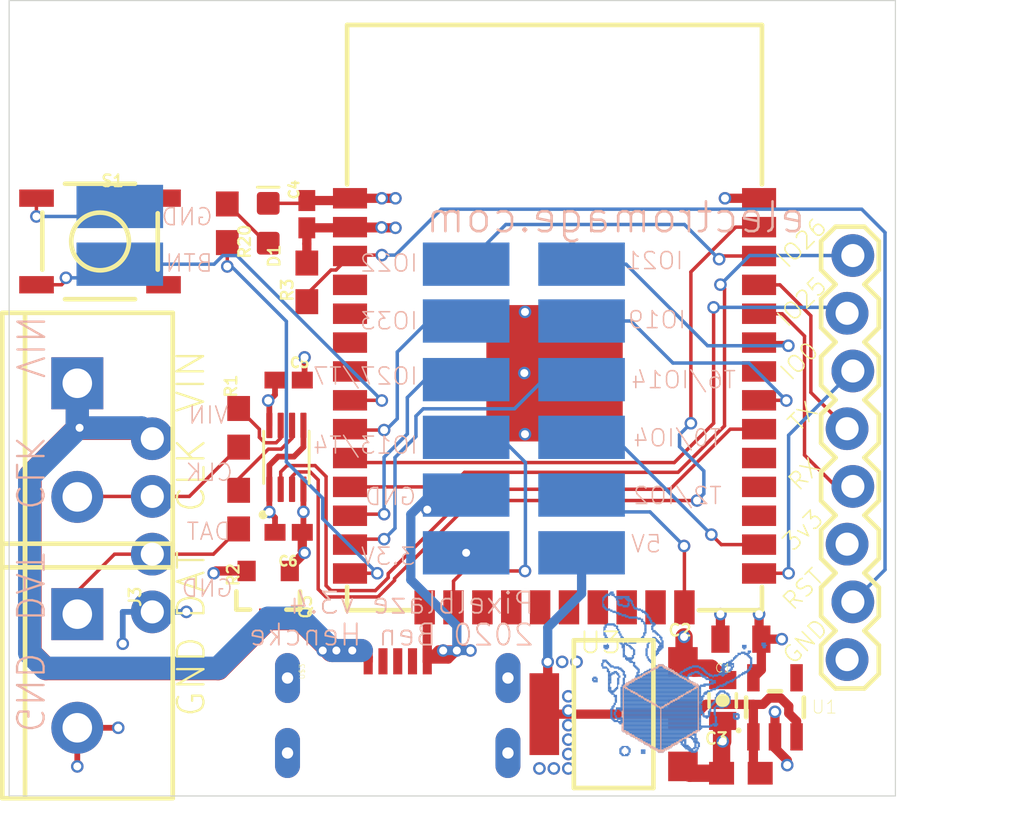
<source format=kicad_pcb>
(kicad_pcb (version 20211014) (generator pcbnew)
  (layers (0 "F.Cu" signal) (1 "In1.Cu" signal) (2 "In2.Cu" signal) (31 "B.Cu" signal) (34 "B.Paste" user) (35 "F.Paste" user) (36 "B.SilkS" user "B.Silkscreen") (37 "F.SilkS" user "F.Silkscreen") (38 "B.Mask" user) (39 "F.Mask" user) (44 "Edge.Cuts" user))
  (net 0 "")
  (net 1 "GND")
  (net 2 "+3V3")
  (net 3 "EN")
  (net 4 "TX")
  (net 5 "RX")
  (net 6 "+5V")
  (net 7 "MOSI_OUT")
  (net 8 "SCK_OUT")
  (net 9 "N$2")
  (net 10 "VIN")
  (net 11 "SCK")
  (net 12 "MOSI")
  (net 13 "N$4")
  (net 14 "N$5")
  (net 15 "IO0")
  (net 16 "BUTTON")
  (net 17 "LED")
  (net 18 "N$29")
  (net 19 "IO25")
  (net 20 "IO26")
  (net 21 "IO27")
  (net 22 "IO19")
  (net 23 "IO22")
  (net 24 "IO21")
  (net 25 "IO4")
  (net 26 "IO2")
  (net 27 "IO13")
  (net 28 "IO14")
  (net 29 "IO33")
  (net 30 "N$1")
  (net 31 "N$3")
  (net 32 "N$6")
  (net 33 "N$7")
  (footprint "PB32_3.x:SOP50P310X90-8N" (layer "F.Cu") (at 141.2011 107.6036 90)
    (fp_text reference "U$1" hide)
    (fp_text value "SN74LVC2T45DCUR" hide)
  )
  (footprint "PB32_3.x:C0402K" (layer "F.Cu") (at 141.3011 104.2036)
    (fp_text reference "C5")
    (fp_text value "0.1uF" hide)
  )
  (footprint "PB32_3.x:1X08_LOCK" (layer "F.Cu") (at 166.0011 116.5036 90)
    (fp_text reference "J1" hide)
    (fp_text value "")
  )
  (footprint "PB32_3.x:C0402K" (layer "F.Cu") (at 141.3011 110.9036)
    (fp_text reference "C6")
    (fp_text value "0.1uF" hide)
  )
  (footprint "PB32_3.x:0805-CAP" (layer "F.Cu") (at 160.4011 118.3036 -90)
    (fp_text reference "C1")
    (fp_text value "1.0uF" hide)
  )
  (footprint "PB32_3.x:SCREWTERMINAL-5MM-2" (layer "F.Cu") (at 132.0011 104.3436 -90)
    (fp_text reference "J2" hide)
    (fp_text value "")
  )
  (footprint "PB32_3.x:0603" (layer "F.Cu") (at 139.1011 109.9036 -90)
    (fp_text reference "R2")
    (fp_text value "100" hide)
  )
  (footprint "PB32_3.x:0603" (layer "F.Cu") (at 139.1011 106.3036 -90)
    (fp_text reference "R1")
    (fp_text value "100" hide)
  )
  (footprint "PB32_3.x:USB-SUNK-TIGHT" (layer "F.Cu") (at 146.1011 119.2036)
    (fp_text reference "U$3")
    (fp_text value "USB-CON-5PINUSB-SUNK-TIGHT" hide)
  )
  (footprint "PB32_3.x:SOT23-5" (layer "F.Cu") (at 162.7011 118.6036)
    (fp_text reference "U1")
    (fp_text value "AP2112K-3.3TRG1" hide)
  )
  (footprint "PB32_3.x:1X04_NO_SILK" (layer "F.Cu") (at 135.3011 114.4036 90)
    (fp_text reference "J4" hide)
    (fp_text value "")
  )
  (footprint "PB32_3.x:SOT23-3" (layer "F.Cu") (at 140.4011 113.6036 180)
    (fp_text reference "Q3")
    (fp_text value "2.5A/30V/105mΩ" hide)
  )
  (footprint "" (layer "F.Cu") (at 138.5011 120.0036)
    (fp_text reference "@HOLE1" hide)
    (fp_text value "")
  )
  (footprint "" (layer "F.Cu") (at 138.5011 101.5036)
    (fp_text reference "@HOLE0" hide)
    (fp_text value "")
  )
  (footprint "PB32_3.x:0805" (layer "F.Cu") (at 161.2011 115.6036 180)
    (fp_text reference "C2")
    (fp_text value "10uF" hide)
  )
  (footprint "PB32_3.x:SCREWTERMINAL-5MM-2" (layer "F.Cu") (at 132.0011 114.5036 -90)
    (fp_text reference "J3")
    (fp_text value "")
  )
  (footprint "PB32_3.x:C0402K" (layer "F.Cu") (at 142.1011 96.9036 90)
    (fp_text reference "C4")
    (fp_text value "0.1uF" hide)
  )
  (footprint "PB32_3.x:0603" (layer "F.Cu") (at 138.6011 97.3036 -90)
    (fp_text reference "R20")
    (fp_text value "100" hide)
  )
  (footprint "PB32_3.x:TACTILE_SWITCH_SMD_5.2MM" (layer "F.Cu") (at 133.0011 98.1036)
    (fp_text reference "S1")
    (fp_text value "MOMENTARY-SWITCH-SPST-SMD-5.2MM" hide)
  )
  (footprint "PB32_3.x:LED-0603" (layer "F.Cu") (at 140.4011 97.3036 90)
    (fp_text reference "D1")
    (fp_text value "")
  )
  (footprint "PB32_3.x:0603" (layer "F.Cu") (at 142.1011 99.9036 90)
    (fp_text reference "R3")
    (fp_text value "1k" hide)
  )
  (footprint "PB32_3.x:SOT223" (layer "F.Cu") (at 155.6011 118.9036 90)
    (fp_text reference "U3")
    (fp_text value "NX1117C15Z" hide)
  )
  (footprint "PB32_3.x:ESP-WROOM-32" (layer "F.Cu") (at 153.0011 103.9036 90)
    (fp_text reference "U2" hide)
    (fp_text value "ESP-WROOM-32" hide)
  )
  (footprint "PB32_3.x:0603" (layer "F.Cu") (at 161.2011 121.5036 180)
    (fp_text reference "C3")
    (fp_text value "4.7uF" hide)
  )
  (footprint "PB32_3.x:PAD" (layer "B.Cu") (at 154.1911 106.7236 180)
    (fp_text reference "IO4" hide)
    (fp_text value "" hide)
  )
  (footprint "PB32_3.x:PAD" (layer "B.Cu") (at 149.1111 111.8036 180)
    (fp_text reference "GP1" hide)
    (fp_text value "" hide)
  )
  (footprint "PB32_3.x:PAD" (layer "B.Cu") (at 154.1911 111.8036 180)
    (fp_text reference "GP6" hide)
    (fp_text value "" hide)
  )
  (footprint "PB32_3.x:PAD" (layer "B.Cu") (at 154.1911 109.2636 180)
    (fp_text reference "IO2" hide)
    (fp_text value "" hide)
  )
  (footprint "PB32_3.x:PAD" (layer "B.Cu") (at 133.8711 96.5636 180)
    (fp_text reference "GP9" hide)
    (fp_text value "" hide)
  )
  (footprint "PB32_3.x:PAD" (layer "B.Cu") (at 149.1111 101.6036 180)
    (fp_text reference "IO33" hide)
    (fp_text value "" hide)
  )
  (footprint "PB32_3.x:PAD" (layer "B.Cu") (at 149.1111 109.2636 180)
    (fp_text reference "GP3" hide)
    (fp_text value "" hide)
  )
  (footprint "PB32_3.x:PAD" (layer "B.Cu") (at 149.1111 104.1836 180)
    (fp_text reference "IO27" hide)
    (fp_text value "" hide)
  )
  (footprint "PB32_3.x:PAD" (layer "B.Cu") (at 154.1911 99.1036 180)
    (fp_text reference "IO21" hide)
    (fp_text value "" hide)
  )
  (footprint "PB32_3.x:PAD" (layer "B.Cu") (at 149.1111 99.1036 180)
    (fp_text reference "IO22" hide)
    (fp_text value "" hide)
  )
  (footprint "PB32_3.x:PAD" (layer "B.Cu") (at 154.1911 104.1836 180)
    (fp_text reference "IO14" hide)
    (fp_text value "" hide)
  )
  (footprint "PB32_3.x:ELECTRO_MAGE_PCB4_PIXEL_2#PNG" (layer "B.Cu") (at 158.5011 117.1036 180)
    (fp_text reference "U$2" hide)
    (fp_text value "" hide)
  )
  (footprint "PB32_3.x:PAD" (layer "B.Cu") (at 133.8711 99.1036 180)
    (fp_text reference "GP8" hide)
    (fp_text value "" hide)
  )
  (footprint "PB32_3.x:PAD" (layer "B.Cu") (at 154.1911 101.6036 180)
    (fp_text reference "IO19" hide)
    (fp_text value "" hide)
  )
  (footprint "PB32_3.x:PAD" (layer "B.Cu") (at 149.1111 106.7236 180)
    (fp_text reference "IO13" hide)
    (fp_text value "" hide)
  )
  (gr_line (start 129.0011 87.5036) (end 129.0011 122.5036) (layer "Edge.Cuts") (width 0.05))
  (gr_line (start 168.0011 87.5036) (end 129.0011 87.5036) (layer "Edge.Cuts") (width 0.05))
  (gr_line (start 129.0011 122.5036) (end 168.0011 122.5036) (layer "Edge.Cuts") (width 0.05))
  (gr_line (start 168.0011 122.5036) (end 168.0011 87.5036) (layer "Edge.Cuts") (width 0.05))
  (gr_text "GND" (at 146.9651 109.7696) (layer "B.SilkS") (effects (font (size 0.747776 0.747776) (thickness 0.065024)) (justify left bottom mirror)))
  (gr_text "2020 Ben Hencke" (at 152.1391 115.9636) (layer "B.SilkS") (effects (font (size 0.93472 0.93472) (thickness 0.08128)) (justify left bottom mirror)))
  (gr_text "T2/IO2" (at 160.4111 109.7296) (layer "B.SilkS") (effects (font (size 0.747776 0.747776) (thickness 0.065024)) (justify left bottom mirror)))
  (gr_text "T0/IO4" (at 160.4111 107.1896) (layer "B.SilkS") (effects (font (size 0.747776 0.747776) (thickness 0.065024)) (justify left bottom mirror)))
  (gr_text "GND" (at 138.9011 113.8036) (layer "B.SilkS") (effects (font (size 0.747776 0.747776) (thickness 0.065024)) (justify left bottom mirror)))
  (gr_text "VIN" (at 138.7011 106.1836) (layer "B.SilkS") (effects (font (size 0.747776 0.747776) (thickness 0.065024)) (justify left bottom mirror)))
  (gr_text "Pixelblaze v3.4" (at 152.1651 114.5636) (layer "B.SilkS") (effects (font (size 0.93472 0.93472) (thickness 0.08128)) (justify left bottom mirror)))
  (gr_text "IO27/T7" (at 147.0351 104.4696) (layer "B.SilkS") (effects (font (size 0.747776 0.747776) (thickness 0.065024)) (justify left bottom mirror)))
  (gr_text "IO19" (at 158.8351 101.9896) (layer "B.SilkS") (effects (font (size 0.747776 0.747776) (thickness 0.065024)) (justify left bottom mirror)))
  (gr_text "3.3V" (at 146.9351 112.3956) (layer "B.SilkS") (effects (font (size 0.747776 0.747776) (thickness 0.065024)) (justify left bottom mirror)))
  (gr_text "IO22" (at 147.0351 99.4976) (layer "B.SilkS") (effects (font (size 0.747776 0.747776) (thickness 0.065024)) (justify left bottom mirror)))
  (gr_text "DAT" (at 138.8011 111.3036) (layer "B.SilkS") (effects (font (size 0.747776 0.747776) (thickness 0.065024)) (justify left bottom mirror)))
  (gr_text "T6/IO14" (at 161.0351 104.6296) (layer "B.SilkS") (effects (font (size 0.747776 0.747776) (thickness 0.065024)) (justify left bottom mirror)))
  (gr_text "CLK" (at 138.9011 108.7036) (layer "B.SilkS") (effects (font (size 0.747776 0.747776) (thickness 0.065024)) (justify left bottom mirror)))
  (gr_text "IO13/T4" (at 147.0351 107.5096) (layer "B.SilkS") (effects (font (size 0.747776 0.747776) (thickness 0.065024)) (justify left bottom mirror)))
  (gr_text "VIN" (at 129.2211 104.2036 -90) (layer "B.SilkS") (effects (font (size 1.1684 1.1684) (thickness 0.1016)) (justify left bottom mirror)))
  (gr_text "5V" (at 157.7511 111.8496) (layer "B.SilkS") (effects (font (size 0.747776 0.747776) (thickness 0.065024)) (justify left bottom mirror)))
  (gr_text "IO33" (at 147.0351 102.0376) (layer "B.SilkS") (effects (font (size 0.747776 0.747776) (thickness 0.065024)) (justify left bottom mirror)))
  (gr_text "GND" (at 129.2011 119.8036 -90) (layer "B.SilkS") (effects (font (size 1.1684 1.1684) (thickness 0.1016)) (justify left bottom mirror)))
  (gr_text "electromage.com" (at 164.1011 97.8136) (layer "B.SilkS") (effects (font (size 1.308608 1.308608) (thickness 0.113792)) (justify left bottom mirror)))
  (gr_text "BTN" (at 138.0151 99.4976) (layer "B.SilkS") (effects (font (size 0.747776 0.747776) (thickness 0.065024)) (justify left bottom mirror)))
  (gr_text "GND" (at 138.0151 97.4576) (layer "B.SilkS") (effects (font (size 0.747776 0.747776) (thickness 0.065024)) (justify left bottom mirror)))
  (gr_text "DAT" (at 129.2011 114.9036 -90) (layer "B.SilkS") (effects (font (size 1.1684 1.1684) (thickness 0.1016)) (justify left bottom mirror)))
  (gr_text "IO21" (at 158.7191 99.3896) (layer "B.SilkS") (effects (font (size 0.747776 0.747776) (thickness 0.065024)) (justify left bottom mirror)))
  (gr_text "CLK" (at 129.2011 110.0036 -90) (layer "B.SilkS") (effects (font (size 1.1684 1.1684) (thickness 0.1016)) (justify left bottom mirror)))
  (gr_text "DAT" (at 137.7011 114.8036 90) (layer "F.SilkS") (effects (font (size 1.1684 1.1684) (thickness 0.1016)) (justify left bottom)))
  (gr_text "TX" (at 163.7551 106.6036 45) (layer "F.SilkS") (effects (font (size 0.747776 0.747776) (thickness 0.065024)) (justify left bottom)))
  (gr_text "GND" (at 137.7011 119.1036 90) (layer "F.SilkS") (effects (font (size 1.1684 1.1684) (thickness 0.1016)) (justify left bottom)))
  (gr_text "VIN" (at 137.6811 105.7196 90) (layer "F.SilkS") (effects (font (size 1.1684 1.1684) (thickness 0.1016)) (justify left bottom)))
  (gr_text "RX" (at 163.7551 109.2036 45) (layer "F.SilkS") (effects (font (size 0.747776 0.747776) (thickness 0.065024)) (justify left bottom)))
  (gr_text "RST" (at 163.5091 114.4576 45) (layer "F.SilkS") (effects (font (size 0.747776 0.747776) (thickness 0.065024)) (justify left bottom)))
  (gr_text "3v3" (at 163.5091 111.8576 45) (layer "F.SilkS") (effects (font (size 0.747776 0.747776) (thickness 0.065024)) (justify left bottom)))
  (gr_text "GND" (at 163.5091 116.8576 45) (layer "F.SilkS") (effects (font (size 0.747776 0.747776) (thickness 0.065024)) (justify left bottom)))
  (gr_text "IO26" (at 163.2551 99.4116 45) (layer "F.SilkS") (effects (font (size 0.747776 0.747776) (thickness 0.065024)) (justify left bottom)))
  (gr_text "IO25" (at 163.2551 102.0116 45) (layer "F.SilkS") (effects (font (size 0.747776 0.747776) (thickness 0.065024)) (justify left bottom)))
  (gr_text "CLK" (at 137.7011 110.1036 90) (layer "F.SilkS") (effects (font (size 1.1684 1.1684) (thickness 0.1016)) (justify left bottom)))
  (gr_text "IO0" (at 163.4091 104.3576 45) (layer "F.SilkS") (effects (font (size 0.747776 0.747776) (thickness 0.065024)) (justify left bottom)))
  (segment (start 147.4011 116.5786) (end 147.8761 116.1036) (width 0.4064) (layer "F.Cu") (net 1))
  (segment (start 148.3261 116.4786) (end 148.7011 116.1036) (width 0.4064) (layer "F.Cu") (net 1))
  (segment (start 141.9511 110.0036) (end 141.9511 109.0086) (width 0.254) (layer "F.Cu") (net 1))
  (segment (start 162.7011 119.9037) (end 162.7011 120.395675) (width 0.4064) (layer "F.Cu") (net 1))
  (segment (start 141.3511 112.4536) (end 142.0011 111.8036) (width 0.4064) (layer "F.Cu") (net 1))
  (segment (start 147.4011 116.5786) (end 147.5011 116.4786) (width 0.4064) (layer "F.Cu") (net 1))
  (segment (start 160.3011 115.6036) (end 160.3011 114.5036) (width 0.4064) (layer "F.Cu") (net 1))
  (segment (start 142.0011 104.1036) (end 142.0011 103.2036) (width 0.254) (layer "F.Cu") (net 1))
  (segment (start 160.3511 121.5036) (end 160.3511 119.2536) (width 0.762) (layer "F.Cu") (net 1))
  (segment (start 149.2761 116.0786) (end 147.9011 116.0786) (width 0.4064) (layer "F.Cu") (net 1))
  (segment (start 148.3261 116.4786) (end 147.5011 116.4786) (width 0.4064) (layer "F.Cu") (net 1))
  (segment (start 147.4011 114.3186) (end 147.2861 114.2036) (width 0.4064) (layer "F.Cu") (net 1))
  (segment (start 141.9511 110.0036) (end 141.9511 110.7536) (width 0.254) (layer "F.Cu") (net 1))
  (segment (start 141.9011 111.7036) (end 142.0011 111.8036) (width 0.4064) (layer "F.Cu") (net 1))
  (segment (start 132.0011 119.5036) (end 133.8011 119.5036) (width 0.254) (layer "F.Cu") (net 1))
  (segment (start 160.3511 121.5036) (end 158.9511 121.5036) (width 0.762) (layer "F.Cu") (net 1))
  (segment (start 147.4011 116.5786) (end 147.4011 114.3186) (width 0.4064) (layer "F.Cu") (net 1))
  (segment (start 163.240571 120.935147) (end 162.7011 120.395675) (width 0.4064) (layer "F.Cu") (net 1))
  (segment (start 162.0011 96.2036) (end 160.5011 96.2036) (width 0.4064) (layer "F.Cu") (net 1))
  (segment (start 141.3511 112.6036) (end 141.3511 112.4536) (width 0.4064) (layer "F.Cu") (net 1))
  (segment (start 158.9511 121.5036) (end 158.6511 121.2036) (width 0.762) (layer "F.Cu") (net 1))
  (segment (start 141.9011 104.2036) (end 142.0011 104.1036) (width 0.254) (layer "F.Cu") (net 1))
  (segment (start 130.2071 96.1986) (end 130.2011 96.2046) (width 0.1524) (layer "F.Cu") (net 1))
  (segment (start 145.4011 96.2036) (end 144.0011 96.2036) (width 0.4064) (layer "F.Cu") (net 1))
  (segment (start 163.240571 120.935147) (end 163.240571 121.144866) (width 0.4064) (layer "F.Cu") (net 1))
  (segment (start 141.9011 110.9036) (end 141.9011 111.7036) (width 0.4064) (layer "F.Cu") (net 1))
  (segment (start 141.9011 110.8036) (end 141.9011 110.9036) (width 0.254) (layer "F.Cu") (net 1))
  (segment (start 142.1011 96.3036) (end 143.9011 96.3036) (width 0.4064) (layer "F.Cu") (net 1))
  (segment (start 160.3511 119.2536) (end 160.4011 119.2036) (width 0.762) (layer "F.Cu") (net 1))
  (segment (start 160.4011 120.1036) (end 160.4011 119.2036) (width 0.762) (layer "F.Cu") (net 1))
  (segment (start 146.0011 96.2036) (end 145.4011 96.2036) (width 0.4064) (layer "F.Cu") (net 1))
  (segment (start 162.7011 119.9037) (end 162.7011 118.8036) (width 0.4064) (layer "F.Cu") (net 1))
  (segment (start 143.9011 96.3036) (end 144.0011 96.2036) (width 0.4064) (layer "F.Cu") (net 1))
  (segment (start 152.976959 103.8936) (end 151.6711 103.8936) (width 0.4064) (layer "F.Cu") (net 1))
  (segment (start 153.0011 103.9036) (end 152.976959 103.8936) (width 0.4064) (layer "F.Cu") (net 1))
  (segment (start 141.9511 110.7536) (end 141.9011 110.8036) (width 0.254) (layer "F.Cu") (net 1))
  (segment (start 141.9981 96.4266) (end 142.1011 96.3036) (width 0.1524) (layer "F.Cu") (net 1))
  (segment (start 147.8761 116.1036) (end 148.1011 116.1036) (width 0.4064) (layer "F.Cu") (net 1))
  (segment (start 149.3011 116.1036) (end 149.2761 116.0786) (width 0.4064) (layer "F.Cu") (net 1))
  (segment (start 140.4011 96.4266) (end 141.9981 96.4266) (width 0.1524) (layer "F.Cu") (net 1))
  (segment (start 130.2011 96.2046) (end 130.2011 97.0036) (width 0.1524) (layer "F.Cu") (net 1))
  (segment (start 147.9011 116.0786) (end 147.4011 116.5786) (width 0.4064) (layer "F.Cu") (net 1))
  (segment (start 153.0011 103.9036) (end 153.0011 103.9036) (width 0.4064) (layer "F.Cu") (net 1))
  (segment (start 132.0011 119.5036) (end 132.0011 121.2036) (width 0.254) (layer "F.Cu") (net 1))
  (via (at 151.6711 103.8936) (size 0.5532) (drill 0.35) (layers "F.Cu" "B.Cu") (net 1))
  (via (at 148.1011 116.1036) (size 0.5532) (drill 0.35) (layers "F.Cu" "B.Cu") (net 1))
  (via (at 148.7011 116.1036) (size 0.5532) (drill 0.35) (layers "F.Cu" "B.Cu") (net 1))
  (via (at 142.0011 111.8036) (size 0.5532) (drill 0.35) (layers "F.Cu" "B.Cu") (net 1))
  (via (at 136.8011 114.4036) (size 0.5532) (drill 0.35) (layers "F.Cu" "B.Cu") (net 1))
  (via (at 145.4011 96.2036) (size 0.5532) (drill 0.35) (layers "F.Cu" "B.Cu") (net 1))
  (via (at 160.4011 120.1036) (size 0.5532) (drill 0.35) (layers "F.Cu" "B.Cu") (net 1))
  (via (at 149.3011 116.1036) (size 0.5532) (drill 0.35) (layers "F.Cu" "B.Cu") (net 1))
  (via (at 163.240571 121.144866) (size 0.5532) (drill 0.35) (layers "F.Cu" "B.Cu") (net 1))
  (via (at 141.9511 110.0036) (size 0.5532) (drill 0.35) (layers "F.Cu" "B.Cu") (net 1))
  (via (at 133.8011 119.5036) (size 0.5532) (drill 0.35) (layers "F.Cu" "B.Cu") (net 1))
  (via (at 151.7011 106.5836) (size 0.5532) (drill 0.35) (layers "F.Cu" "B.Cu") (net 1))
  (via (at 134.0011 115.8036) (size 0.5532) (drill 0.35) (layers "F.Cu" "B.Cu") (net 1))
  (via (at 162.7011 118.8036) (size 0.5532) (drill 0.35) (layers "F.Cu" "B.Cu") (net 1))
  (via (at 130.2011 97.0036) (size 0.5532) (drill 0.35) (layers "F.Cu" "B.Cu") (net 1))
  (via (at 160.3011 114.5036) (size 0.5532) (drill 0.35) (layers "F.Cu" "B.Cu") (net 1))
  (via (at 147.4011 109.9036) (size 0.5532) (drill 0.35) (layers "F.Cu" "B.Cu") (net 1))
  (via (at 160.5011 96.2036) (size 0.5532) (drill 0.35) (layers "F.Cu" "B.Cu") (net 1))
  (via (at 132.0011 121.2036) (size 0.5532) (drill 0.35) (layers "F.Cu" "B.Cu") (net 1))
  (via (at 142.0011 103.2036) (size 0.5532) (drill 0.35) (layers "F.Cu" "B.Cu") (net 1))
  (via (at 151.7011 101.2036) (size 0.5532) (drill 0.35) (layers "F.Cu" "B.Cu") (net 1))
  (via (at 146.0011 96.2036) (size 0.5532) (drill 0.35) (layers "F.Cu" "B.Cu") (net 1))
  (segment (start 134.0011 114.4036) (end 134.0011 115.8036) (width 0.254) (layer "B.Cu") (net 1))
  (segment (start 148.7011 115.018075) (end 148.7011 116.1036) (width 0.4064) (layer "B.Cu") (net 1))
  (segment (start 146.6759 110.114325) (end 146.6759 112.992875) (width 0.4064) (layer "B.Cu") (net 1))
  (segment (start 134.0011 114.4036) (end 136.8011 114.4036) (width 0.254) (layer "B.Cu") (net 1))
  (segment (start 148.1011 116.1036) (end 149.3011 116.1036) (width 0.4064) (layer "B.Cu") (net 1))
  (segment (start 149.1111 109.2636) (end 147.526625 109.2636) (width 0.4064) (layer "B.Cu") (net 1))
  (segment (start 133.4311 97.0036) (end 130.2011 97.0036) (width 0.1524) (layer "B.Cu") (net 1))
  (segment (start 133.8711 96.5636) (end 133.4311 97.0036) (width 0.1524) (layer "B.Cu") (net 1))
  (segment (start 148.0411 109.2636) (end 147.4011 109.9036) (width 0.1524) (layer "B.Cu") (net 1))
  (segment (start 149.1111 109.2636) (end 148.0411 109.2636) (width 0.1524) (layer "B.Cu") (net 1))
  (segment (start 147.526625 109.2636) (end 146.6759 110.114325) (width 0.4064) (layer "B.Cu") (net 1))
  (segment (start 146.6759 112.992875) (end 148.7011 115.018075) (width 0.4064) (layer "B.Cu") (net 1))
  (segment (start 144.0011 97.4736) (end 145.3811 97.4736) (width 0.4064) (layer "F.Cu") (net 2))
  (segment (start 142.1011 99.0536) (end 142.1011 98.2036) (width 0.4064) (layer "F.Cu") (net 2))
  (segment (start 141.9511 106.1986) (end 141.9511 107.1536) (width 0.254) (layer "F.Cu") (net 2))
  (segment (start 162.1011 115.6036) (end 163.0011 115.6036) (width 0.4064) (layer "F.Cu") (net 2))
  (segment (start 162.1011 115.6036) (end 162.1011 116.9535) (width 0.4064) (layer "F.Cu") (net 2))
  (segment (start 144.0011 97.4736) (end 144.0311 97.5036) (width 0.4064) (layer "F.Cu") (net 2))
  (segment (start 141.5333 107.5714) (end 140.8333 107.5714) (width 0.254) (layer "F.Cu") (net 2))
  (segment (start 142.1011 97.5036) (end 142.1011 98.2036) (width 0.4064) (layer "F.Cu") (net 2))
  (segment (start 143.9711 97.5036) (end 144.0011 97.4736) (width 0.4064) (layer "F.Cu") (net 2))
  (segment (start 145.3811 97.4736) (end 145.3911 97.4836) (width 0.4064) (layer "F.Cu") (net 2))
  (segment (start 140.4511 110.0036) (end 140.4511 109.0086) (width 0.254) (layer "F.Cu") (net 2))
  (segment (start 140.4511 107.9536) (end 140.4511 109.0086) (width 0.254) (layer "F.Cu") (net 2))
  (segment (start 144.0311 97.5036) (end 146.0011 97.5036) (width 0.4064) (layer "F.Cu") (net 2))
  (segment (start 140.7011 110.9036) (end 140.7011 110.2536) (width 0.254) (layer "F.Cu") (net 2))
  (segment (start 142.1011 97.5036) (end 143.9711 97.5036) (width 0.4064) (layer "F.Cu") (net 2))
  (segment (start 162.1011 116.9535) (end 161.7511 117.3035) (width 0.4064) (layer "F.Cu") (net 2))
  (segment (start 140.7011 110.2536) (end 140.4511 110.0036) (width 0.254) (layer "F.Cu") (net 2))
  (segment (start 162.0011 115.5036) (end 162.0011 114.5036) (width 0.4064) (layer "F.Cu") (net 2))
  (segment (start 140.8333 107.5714) (end 140.4511 107.9536) (width 0.254) (layer "F.Cu") (net 2))
  (segment (start 141.9511 107.1536) (end 141.5333 107.5714) (width 0.254) (layer "F.Cu") (net 2))
  (segment (start 162.1011 115.6036) (end 162.0011 115.5036) (width 0.4064) (layer "F.Cu") (net 2))
  (via (at 149.1111 111.8036) (size 0.5532) (drill 0.35) (layers "F.Cu" "B.Cu") (net 2))
  (via (at 145.3911 97.4836) (size 0.5532) (drill 0.35) (layers "F.Cu" "B.Cu") (net 2))
  (via (at 140.4511 110.0036) (size 0.5532) (drill 0.35) (layers "F.Cu" "B.Cu") (net 2))
  (via (at 162.0011 114.5036) (size 0.5532) (drill 0.35) (layers "F.Cu" "B.Cu") (net 2))
  (via (at 163.0011 115.6036) (size 0.5532) (drill 0.35) (layers "F.Cu" "B.Cu") (net 2))
  (via (at 146.0011 97.5036) (size 0.5532) (drill 0.35) (layers "F.Cu" "B.Cu") (net 2))
  (segment (start 142.1011 100.7536) (end 142.1011 100.426232) (width 0.1524) (layer "F.Cu") (net 3))
  (segment (start 144.0411 98.7036) (end 144.0011 98.7436) (width 0.1524) (layer "F.Cu") (net 3))
  (segment (start 143.3843 99.3604) (end 144.0011 98.7436) (width 0.1524) (layer "F.Cu") (net 3))
  (segment (start 142.1011 100.426232) (end 143.166931 99.3604) (width 0.1524) (layer "F.Cu") (net 3))
  (segment (start 145.4011 98.7036) (end 144.0411 98.7036) (width 0.1524) (layer "F.Cu") (net 3))
  (segment (start 143.166931 99.3604) (end 143.3843 99.3604) (width 0.1524) (layer "F.Cu") (net 3))
  (via (at 145.4011 98.7036) (size 0.5532) (drill 0.35) (layers "F.Cu" "B.Cu") (net 3))
  (segment (start 166.5169 96.6834) (end 148.0213 96.6834) (width 0.1524) (layer "B.Cu") (net 3))
  (segment (start 146.0011 98.7036) (end 145.4011 98.7036) (width 0.1524) (layer "B.Cu") (net 3))
  (segment (start 166.1281 113.9636) (end 167.5439 112.5478) (width 0.1524) (layer "B.Cu") (net 3))
  (segment (start 148.0213 96.6834) (end 146.0011 98.7036) (width 0.1524) (layer "B.Cu") (net 3))
  (segment (start 167.5439 112.5478) (end 167.5439 97.7104) (width 0.1524) (layer "B.Cu") (net 3))
  (segment (start 167.5439 97.7104) (end 166.5169 96.6834) (width 0.1524) (layer "B.Cu") (net 3))
  (segment (start 164.2805 101.375632) (end 162.918468 100.0136) (width 0.1524) (layer "F.Cu") (net 4))
  (segment (start 162.918468 100.0136) (end 162.0011 100.0136) (width 0.1524) (layer "F.Cu") (net 4))
  (segment (start 164.2805 104.75) (end 164.2805 101.375632) (width 0.1524) (layer "F.Cu") (net 4))
  (segment (start 165.8741 106.3436) (end 164.2805 104.75) (width 0.1524) (layer "F.Cu") (net 4))
  (segment (start 164.0011 107.5036) (end 165.3811 108.8836) (width 0.1524) (layer "F.Cu") (net 5))
  (segment (start 165.3811 108.8836) (end 166.1281 108.8836) (width 0.1524) (layer "F.Cu") (net 5))
  (segment (start 164.0011 102.266232) (end 164.0011 107.5036) (width 0.1524) (layer "F.Cu") (net 5))
  (segment (start 162.0011 101.2836) (end 163.018468 101.2836) (width 0.1524) (layer "F.Cu") (net 5))
  (segment (start 163.018468 101.2836) (end 164.0011 102.266232) (width 0.1524) (layer "F.Cu") (net 5))
  (segment (start 152.5511 118.9036) (end 152.7011 118.7536) (width 0.4064) (layer "F.Cu") (net 6))
  (segment (start 163.6511 119.9037) (end 163.6511 119.211725) (width 0.4064) (layer "F.Cu") (net 6))
  (segment (start 163.3079 118.55225) (end 162.95245 118.1968) (width 0.4064) (layer "F.Cu") (net 6))
  (segment (start 161.7511 121.2037) (end 161.7511 119.9037) (width 0.4064) (layer "F.Cu") (net 6))
  (segment (start 152.7011 116.6036) (end 152.7011 118.7536) (width 0.4064) (layer "F.Cu") (net 6))
  (segment (start 140.4511 105.1036) (end 140.4511 105.1536) (width 0.254) (layer "F.Cu") (net 6))
  (segment (start 163.6511 119.211725) (end 163.3079 118.868525) (width 0.4064) (layer "F.Cu") (net 6))
  (segment (start 162.95245 118.1968) (end 162.44975 118.1968) (width 0.4064) (layer "F.Cu") (net 6))
  (segment (start 162.051 121.5036) (end 161.7511 121.2037) (width 0.4064) (layer "F.Cu") (net 6))
  (segment (start 140.4511 106.1986) (end 140.4511 105.1536) (width 0.254) (layer "F.Cu") (net 6))
  (segment (start 162.17315 118.4734) (end 161.0011 118.4734) (width 0.4064) (layer "F.Cu") (net 6))
  (segment (start 161.0011 118.4734) (end 161.7511 118.4734) (width 0.4064) (layer "F.Cu") (net 6))
  (segment (start 140.4511 105.1536) (end 140.4011 105.1036) (width 0.254) (layer "F.Cu") (net 6))
  (segment (start 159.664325 118.4734) (end 159.234125 118.9036) (width 0.4064) (layer "F.Cu") (net 6))
  (segment (start 162.0511 121.5036) (end 162.051 121.5036) (width 0.4064) (layer "F.Cu") (net 6))
  (segment (start 140.7011 104.8536) (end 140.4511 105.1036) (width 0.254) (layer "F.Cu") (net 6))
  (segment (start 161.7511 118.4734) (end 161.7511 119.9037) (width 0.4064) (layer "F.Cu") (net 6))
  (segment (start 140.7011 104.2036) (end 140.7011 104.8536) (width 0.254) (layer "F.Cu") (net 6))
  (segment (start 162.44975 118.1968) (end 162.17315 118.4734) (width 0.4064) (layer "F.Cu") (net 6))
  (segment (start 163.3079 118.868525) (end 163.3079 118.55225) (width 0.4064) (layer "F.Cu") (net 6))
  (segment (start 158.6511 118.9036) (end 159.234125 118.9036) (width 0.4064) (layer "F.Cu") (net 6))
  (segment (start 152.5511 118.9036) (end 158.6511 118.9036) (width 0.4064) (layer "F.Cu") (net 6))
  (segment (start 159.664325 118.4734) (end 161.0011 118.4734) (width 0.4064) (layer "F.Cu") (net 6))
  (via (at 153.6061 121.2936) (size 0.5532) (drill 0.35) (layers "F.Cu" "B.Cu") (net 6))
  (via (at 153.6061 118.7536) (size 0.5532) (drill 0.35) (layers "F.Cu" "B.Cu") (net 6))
  (via (at 153.6061 118.1186) (size 0.5532) (drill 0.35) (layers "F.Cu" "B.Cu") (net 6))
  (via (at 153.6061 119.3886) (size 0.5532) (drill 0.35) (layers "F.Cu" "B.Cu") (net 6))
  (via (at 152.3361 121.2936) (size 0.5532) (drill 0.35) (layers "F.Cu" "B.Cu") (net 6))
  (via (at 140.4011 105.1036) (size 0.5532) (drill 0.35) (layers "F.Cu" "B.Cu") (net 6))
  (via (at 153.6061 120.6586) (size 0.5532) (drill 0.35) (layers "F.Cu" "B.Cu") (net 6))
  (via (at 153.9711 116.6036) (size 0.5532) (drill 0.35) (layers "F.Cu" "B.Cu") (net 6))
  (via (at 152.9711 121.2936) (size 0.5532) (drill 0.35) (layers "F.Cu" "B.Cu") (net 6))
  (via (at 153.6061 120.0236) (size 0.5532) (drill 0.35) (layers "F.Cu" "B.Cu") (net 6))
  (via (at 153.3361 116.6036) (size 0.5532) (drill 0.35) (layers "F.Cu" "B.Cu") (net 6))
  (via (at 152.7011 116.6036) (size 0.5532) (drill 0.35) (layers "F.Cu" "B.Cu") (net 6))
  (segment (start 154.1911 113.6036) (end 152.7011 115.0936) (width 0.4064) (layer "B.Cu") (net 6))
  (segment (start 154.1911 111.8036) (end 154.1911 113.6036) (width 0.4064) (layer "B.Cu") (net 6))
  (segment (start 152.7011 115.0936) (end 152.7011 116.6036) (width 0.4064) (layer "B.Cu") (net 6))
  (segment (start 139.1011 110.7536) (end 137.9911 111.8636) (width 0.1524) (layer "F.Cu") (net 7))
  (segment (start 137.9911 111.8636) (end 135.3011 111.8636) (width 0.1524) (layer "F.Cu") (net 7))
  (segment (start 135.3011 111.8636) (end 133.6411 111.8636) (width 0.1524) (layer "F.Cu") (net 7))
  (segment (start 133.6411 111.8636) (end 132.0011 113.5036) (width 0.1524) (layer "F.Cu") (net 7))
  (segment (start 132.0011 113.5036) (end 132.0011 114.5036) (width 0.1524) (layer "F.Cu") (net 7))
  (segment (start 139.1011 107.1536) (end 136.9311 109.3236) (width 0.1524) (layer "F.Cu") (net 8))
  (segment (start 136.9311 109.3236) (end 135.3011 109.3236) (width 0.1524) (layer "F.Cu") (net 8))
  (segment (start 135.3011 109.3236) (end 132.0211 109.3236) (width 0.1524) (layer "F.Cu") (net 8))
  (segment (start 132.0211 109.3236) (end 132.0011 109.3436) (width 0.1524) (layer "F.Cu") (net 8))
  (segment (start 138.1011 112.6036) (end 139.4511 112.6036) (width 0.4064) (layer "F.Cu") (net 9))
  (segment (start 158.6511 116.6036) (end 158.7011 116.5536) (width 0.762) (layer "F.Cu") (net 9))
  (segment (start 158.6511 116.6036) (end 158.8511 116.6036) (width 0.762) (layer "F.Cu") (net 9))
  (segment (start 158.7011 115.5036) (end 158.7011 116.5536) (width 0.762) (layer "F.Cu") (net 9))
  (segment (start 159.1261 116.8786) (end 158.8511 116.6036) (width 0.762) (layer "F.Cu") (net 9))
  (segment (start 160.4011 117.4036) (end 159.8761 116.8786) (width 0.762) (layer "F.Cu") (net 9))
  (segment (start 159.1261 116.8786) (end 159.8761 116.8786) (width 0.762) (layer "F.Cu") (net 9))
  (segment (start 138.0011 112.7036) (end 138.1011 112.6036) (width 0.4064) (layer "F.Cu") (net 9))
  (via (at 138.0011 112.7036) (size 0.5532) (drill 0.35) (layers "F.Cu" "B.Cu") (net 9))
  (via (at 158.7011 115.5036) (size 0.5532) (drill 0.35) (layers "F.Cu" "B.Cu") (net 9))
  (segment (start 132.0011 106.329125) (end 129.9231 108.407125) (width 1.016) (layer "F.Cu") (net 10))
  (segment (start 144.5011 116.1036) (end 144.8011 116.4036) (width 0.4064) (layer "F.Cu") (net 10))
  (segment (start 138.2011 116.9036) (end 140.4011 114.7036) (width 1.016) (layer "F.Cu") (net 10))
  (segment (start 144.8011 116.4036) (end 144.8011 116.5786) (width 0.4064) (layer "F.Cu") (net 10))
  (segment (start 141.8011 114.7036) (end 143.2011 116.1036) (width 1.016) (layer "F.Cu") (net 10))
  (segment (start 129.9231 116.209625) (end 130.617075 116.9036) (width 1.016) (layer "F.Cu") (net 10))
  (segment (start 129.9231 108.407125) (end 129.9231 116.209625) (width 1.016) (layer "F.Cu") (net 10))
  (segment (start 140.4011 114.7036) (end 141.8011 114.7036) (width 1.016) (layer "F.Cu") (net 10))
  (segment (start 132.0011 104.3436) (end 132.0011 106.329125) (width 1.016) (layer "F.Cu") (net 10))
  (segment (start 134.846625 106.329125) (end 132.0011 106.329125) (width 1.016) (layer "F.Cu") (net 10))
  (segment (start 143.2011 116.1036) (end 144.5011 116.1036) (width 1.016) (layer "F.Cu") (net 10))
  (segment (start 135.3011 106.7836) (end 134.846625 106.329125) (width 1.016) (layer "F.Cu") (net 10))
  (segment (start 130.617075 116.9036) (end 138.2011 116.9036) (width 1.016) (layer "F.Cu") (net 10))
  (via (at 132.1011 106.3036) (size 0.5532) (drill 0.35) (layers "F.Cu" "B.Cu") (net 10))
  (via (at 144.1011 116.1036) (size 0.5532) (drill 0.35) (layers "F.Cu" "B.Cu") (net 10))
  (via (at 143.4011 116.1036) (size 0.5532) (drill 0.35) (layers "F.Cu" "B.Cu") (net 10))
  (via (at 142.8011 116.1036) (size 0.5532) (drill 0.35) (layers "F.Cu" "B.Cu") (net 10))
  (segment (start 143.4011 116.1036) (end 142.8011 116.1036) (width 0.4064) (layer "B.Cu") (net 10))
  (segment (start 141.804081 114.678838) (end 143.228843 116.1036) (width 1.016) (layer "B.Cu") (net 10))
  (segment (start 130.5791 116.8816) (end 138.195356 116.8816) (width 1.016) (layer "B.Cu") (net 10))
  (segment (start 144.1011 116.1036) (end 143.4011 116.1036) (width 0.4064) (layer "B.Cu") (net 10))
  (segment (start 135.3011 106.7836) (end 134.8211 106.3036) (width 1.016) (layer "B.Cu") (net 10))
  (segment (start 132.1011 106.3036) (end 132.0611 106.3436) (width 0.1524) (layer "B.Cu") (net 10))
  (segment (start 129.9011 116.2036) (end 130.5791 116.8816) (width 1.016) (layer "B.Cu") (net 10))
  (segment (start 132.0011 106.1036) (end 132.0011 104.3436) (width 1.016) (layer "B.Cu") (net 10))
  (segment (start 144.5011 116.1036) (end 144.1011 116.1036) (width 0.4064) (layer "B.Cu") (net 10))
  (segment (start 143.228843 116.1036) (end 144.5011 116.1036) (width 1.016) (layer "B.Cu") (net 10))
  (segment (start 132.0011 104.3436) (end 132.0011 106.3436) (width 1.016) (layer "B.Cu") (net 10))
  (segment (start 134.8211 106.3036) (end 132.2011 106.3036) (width 1.016) (layer "B.Cu") (net 10))
  (segment (start 138.195356 116.8816) (end 140.398118 114.678838) (width 1.016) (layer "B.Cu") (net 10))
  (segment (start 132.0011 106.3436) (end 129.9011 108.4436) (width 1.016) (layer "B.Cu") (net 10))
  (segment (start 132.0611 106.3436) (end 132.0011 106.3436) (width 0.1524) (layer "B.Cu") (net 10))
  (segment (start 140.398118 114.678838) (end 141.804081 114.678838) (width 1.016) (layer "B.Cu") (net 10))
  (segment (start 132.2011 106.3036) (end 132.0011 106.1036) (width 1.016) (layer "B.Cu") (net 10))
  (segment (start 129.9011 108.4436) (end 129.9011 116.2036) (width 1.016) (layer "B.Cu") (net 10))
  (segment (start 145.6809 112.721169) (end 149.393468 109.0086) (width 0.1524) (layer "F.Cu") (net 11))
  (segment (start 142.9479 113.247769) (end 143.166931 113.4668) (width 0.1524) (layer "F.Cu") (net 11))
  (segment (start 140.9511 109.0086) (end 140.9511 108.246) (width 0.1524) (layer "F.Cu") (net 11))
  (segment (start 142.9479 108.447663) (end 142.9479 113.247769) (width 0.1524) (layer "F.Cu") (net 11))
  (segment (start 142.466237 107.966) (end 142.9479 108.447663) (width 0.1524) (layer "F.Cu") (net 11))
  (segment (start 140.9511 108.246) (end 141.2311 107.966) (width 0.1524) (layer "F.Cu") (net 11))
  (segment (start 149.393468 109.0086) (end 158.086375 109.0086) (width 0.1524) (layer "F.Cu") (net 11))
  (segment (start 143.166931 113.4668) (end 145.116443 113.4668) (width 0.1524) (layer "F.Cu") (net 11))
  (segment (start 158.086375 109.0086) (end 160.731375 106.3636) (width 0.1524) (layer "F.Cu") (net 11))
  (segment (start 160.731375 106.3636) (end 162.0011 106.3636) (width 0.1524) (layer "F.Cu") (net 11))
  (segment (start 145.6809 112.902344) (end 145.6809 112.721169) (width 0.1524) (layer "F.Cu") (net 11))
  (segment (start 141.2311 107.966) (end 142.466237 107.966) (width 0.1524) (layer "F.Cu") (net 11))
  (segment (start 145.116443 113.4668) (end 145.6809 112.902344) (width 0.1524) (layer "F.Cu") (net 11))
  (segment (start 145.9603 113.018082) (end 145.9603 112.936907) (width 0.1524) (layer "F.Cu") (net 12))
  (segment (start 159.0011 106.1036) (end 159.0011 99.445057) (width 0.1524) (layer "F.Cu") (net 12))
  (segment (start 160.972556 97.4736) (end 162.0011 97.4736) (width 0.1524) (layer "F.Cu") (net 12))
  (segment (start 145.232181 113.7462) (end 145.9603 113.018082) (width 0.1524) (layer "F.Cu") (net 12))
  (segment (start 142.2505 108.2454) (end 142.6011 108.596) (width 0.1524) (layer "F.Cu") (net 12))
  (segment (start 141.4511 108.446) (end 141.6517 108.2454) (width 0.1524) (layer "F.Cu") (net 12))
  (segment (start 142.6011 113.4036) (end 142.9437 113.7462) (width 0.1524) (layer "F.Cu") (net 12))
  (segment (start 149.393606 109.5036) (end 159.2711 109.5036) (width 0.1524) (layer "F.Cu") (net 12))
  (segment (start 142.6011 108.596) (end 142.6011 113.4036) (width 0.1524) (layer "F.Cu") (net 12))
  (segment (start 141.4511 109.0086) (end 141.4511 108.446) (width 0.1524) (layer "F.Cu") (net 12))
  (segment (start 159.0011 99.445057) (end 160.972556 97.4736) (width 0.1524) (layer "F.Cu") (net 12))
  (segment (start 142.9437 113.7462) (end 145.232181 113.7462) (width 0.1524) (layer "F.Cu") (net 12))
  (segment (start 145.9603 112.936907) (end 149.393606 109.5036) (width 0.1524) (layer "F.Cu") (net 12))
  (segment (start 141.6517 108.2454) (end 142.2505 108.2454) (width 0.1524) (layer "F.Cu") (net 12))
  (via (at 159.0011 106.1036) (size 0.5532) (drill 0.35) (layers "F.Cu" "B.Cu") (net 12))
  (via (at 159.2711 109.5036) (size 0.5532) (drill 0.35) (layers "F.Cu" "B.Cu") (net 12))
  (segment (start 158.5011 106.6036) (end 158.5011 107.1336) (width 0.1524) (layer "B.Cu") (net 12))
  (segment (start 159.5711 108.2036) (end 159.5711 109.2036) (width 0.1524) (layer "B.Cu") (net 12))
  (segment (start 159.5711 109.2036) (end 159.2711 109.5036) (width 0.1524) (layer "B.Cu") (net 12))
  (segment (start 159.0011 106.1036) (end 158.5011 106.6036) (width 0.1524) (layer "B.Cu") (net 12))
  (segment (start 158.5011 107.1336) (end 159.5711 108.2036) (width 0.1524) (layer "B.Cu") (net 12))
  (segment (start 140.9511 106.1986) (end 140.9511 106.7612) (width 0.1524) (layer "F.Cu") (net 13))
  (segment (start 140.0129 106.723) (end 140.0129 106.3654) (width 0.1524) (layer "F.Cu") (net 13))
  (segment (start 140.7505 106.9618) (end 140.2517 106.9618) (width 0.1524) (layer "F.Cu") (net 13))
  (segment (start 140.2517 106.9618) (end 140.0129 106.723) (width 0.1524) (layer "F.Cu") (net 13))
  (segment (start 140.0129 106.3654) (end 139.1011 105.4536) (width 0.1524) (layer "F.Cu") (net 13))
  (segment (start 140.9511 106.7612) (end 140.7505 106.9618) (width 0.1524) (layer "F.Cu") (net 13))
  (segment (start 140.9711 107.2412) (end 140.4085 107.2412) (width 0.1524) (layer "F.Cu") (net 14))
  (segment (start 141.4511 106.7612) (end 140.9711 107.2412) (width 0.1524) (layer "F.Cu") (net 14))
  (segment (start 140.4085 107.2412) (end 139.1011 108.5486) (width 0.1524) (layer "F.Cu") (net 14))
  (segment (start 139.1011 108.5486) (end 139.1011 109.0536) (width 0.1524) (layer "F.Cu") (net 14))
  (segment (start 141.4511 106.1986) (end 141.4511 106.7612) (width 0.1524) (layer "F.Cu") (net 14))
  (segment (start 162.0111 112.7036) (end 162.0011 112.7136) (width 0.1524) (layer "F.Cu") (net 15))
  (segment (start 163.3011 112.7036) (end 162.0111 112.7036) (width 0.1524) (layer "F.Cu") (net 15))
  (via (at 163.3011 112.7036) (size 0.5532) (drill 0.35) (layers "F.Cu" "B.Cu") (net 15))
  (segment (start 163.3011 106.6306) (end 163.3011 112.7036) (width 0.1524) (layer "B.Cu") (net 15))
  (segment (start 166.1281 103.8036) (end 163.3011 106.6306) (width 0.1524) (layer "B.Cu") (net 15))
  (segment (start 144.0011 105.0936) (end 145.3911 105.0936) (width 0.1524) (layer "F.Cu") (net 16))
  (segment (start 131.3071 100.0086) (end 130.2071 100.0086) (width 0.1524) (layer "F.Cu") (net 16))
  (segment (start 131.5011 99.7036) (end 131.4721 99.7326) (width 0.1524) (layer "F.Cu") (net 16))
  (segment (start 131.4721 99.8436) (end 131.3071 100.0086) (width 0.1524) (layer "F.Cu") (net 16))
  (segment (start 131.4721 99.7326) (end 131.4721 99.8436) (width 0.1524) (layer "F.Cu") (net 16))
  (segment (start 145.3911 105.0936) (end 145.4011 105.1036) (width 0.1524) (layer "F.Cu") (net 16))
  (via (at 145.4011 105.1036) (size 0.5532) (drill 0.35) (layers "F.Cu" "B.Cu") (net 16))
  (via (at 131.5011 99.7036) (size 0.5532) (drill 0.35) (layers "F.Cu" "B.Cu") (net 16))
  (segment (start 138.402356 98.7238) (end 139.0213 98.7238) (width 0.1524) (layer "B.Cu") (net 16))
  (segment (start 133.8711 99.1036) (end 138.022556 99.1036) (width 0.1524) (layer "B.Cu") (net 16))
  (segment (start 133.8711 99.1036) (end 133.2711 99.7036) (width 0.1524) (layer "B.Cu") (net 16))
  (segment (start 139.0213 98.7238) (end 145.4011 105.1036) (width 0.1524) (layer "B.Cu") (net 16))
  (segment (start 133.2711 99.7036) (end 131.5011 99.7036) (width 0.1524) (layer "B.Cu") (net 16))
  (segment (start 138.022556 99.1036) (end 138.402356 98.7238) (width 0.1524) (layer "B.Cu") (net 16))
  (segment (start 144.0111 112.7036) (end 145.2011 112.7036) (width 0.1524) (layer "F.Cu") (net 17))
  (segment (start 144.0011 112.7136) (end 144.0111 112.7036) (width 0.1524) (layer "F.Cu") (net 17))
  (segment (start 138.6011 99.2036) (end 138.6011 98.1536) (width 0.1524) (layer "F.Cu") (net 17))
  (via (at 145.2011 112.7036) (size 0.5532) (drill 0.35) (layers "F.Cu" "B.Cu") (net 17))
  (via (at 138.6011 99.2036) (size 0.5532) (drill 0.35) (layers "F.Cu" "B.Cu") (net 17))
  (segment (start 142.8011 109.4036) (end 141.2011 107.8036) (width 0.1524) (layer "B.Cu") (net 17))
  (segment (start 141.2011 101.618938) (end 138.785762 99.2036) (width 0.1524) (layer "B.Cu") (net 17))
  (segment (start 142.8011 110.3036) (end 142.8011 109.4036) (width 0.1524) (layer "B.Cu") (net 17))
  (segment (start 145.2011 112.7036) (end 142.8011 110.3036) (width 0.1524) (layer "B.Cu") (net 17))
  (segment (start 141.2011 107.8036) (end 141.2011 101.618938) (width 0.1524) (layer "B.Cu") (net 17))
  (segment (start 138.785762 99.2036) (end 138.6011 99.2036) (width 0.1524) (layer "B.Cu") (net 17))
  (segment (start 140.3281 98.1806) (end 140.4011 98.1806) (width 0.1524) (layer "F.Cu") (net 18))
  (segment (start 138.6011 96.4536) (end 140.3281 98.1806) (width 0.1524) (layer "F.Cu") (net 18))
  (segment (start 158.2711 107.8336) (end 160.0011 106.1036) (width 0.1524) (layer "F.Cu") (net 19))
  (segment (start 144.0011 107.6336) (end 144.2011 107.8336) (width 0.1524) (layer "F.Cu") (net 19))
  (segment (start 144.2011 107.8336) (end 158.2711 107.8336) (width 0.1524) (layer "F.Cu") (net 19))
  (segment (start 160.0011 106.1036) (end 160.0011 101.0036) (width 0.1524) (layer "F.Cu") (net 19))
  (via (at 160.0011 101.0036) (size 0.5532) (drill 0.35) (layers "F.Cu" "B.Cu") (net 19))
  (segment (start 160.0011 101.0036) (end 165.6141 101.0036) (width 0.1524) (layer "B.Cu") (net 19))
  (segment (start 165.6141 101.0036) (end 165.8741 101.2636) (width 0.1524) (layer "B.Cu") (net 19))
  (segment (start 158.437037 108.2628) (end 160.4809 106.218938) (width 0.1524) (layer "F.Cu") (net 20))
  (segment (start 160.4809 100.1834) (end 160.3011 100.0036) (width 0.1524) (layer "F.Cu") (net 20))
  (segment (start 160.4809 106.218938) (end 160.4809 100.1834) (width 0.1524) (layer "F.Cu") (net 20))
  (segment (start 149.0419 108.2628) (end 158.437037 108.2628) (width 0.1524) (layer "F.Cu") (net 20))
  (segment (start 144.0011 108.9036) (end 148.4011 108.9036) (width 0.1524) (layer "F.Cu") (net 20))
  (segment (start 148.4011 108.9036) (end 149.0419 108.2628) (width 0.1524) (layer "F.Cu") (net 20))
  (via (at 160.3011 100.0036) (size 0.5532) (drill 0.35) (layers "F.Cu" "B.Cu") (net 20))
  (segment (start 161.5811 98.7236) (end 166.1281 98.7236) (width 0.1524) (layer "B.Cu") (net 20))
  (segment (start 160.3011 100.0036) (end 161.5811 98.7236) (width 0.1524) (layer "B.Cu") (net 20))
  (segment (start 144.0711 110.1036) (end 144.0011 110.1736) (width 0.1524) (layer "F.Cu") (net 21))
  (segment (start 145.5011 110.1036) (end 144.0711 110.1036) (width 0.1524) (layer "F.Cu") (net 21))
  (via (at 145.5011 110.1036) (size 0.5532) (drill 0.35) (layers "F.Cu" "B.Cu") (net 21))
  (segment (start 146.5235 106.5712) (end 145.5011 107.5936) (width 0.1524) (layer "B.Cu") (net 21))
  (segment (start 145.5011 107.5936) (end 145.5011 110.1036) (width 0.1524) (layer "B.Cu") (net 21))
  (segment (start 149.1111 104.1836) (end 147.311093 104.1836) (width 0.1524) (layer "B.Cu") (net 21))
  (segment (start 147.311093 104.1836) (end 146.5235 104.971194) (width 0.1524) (layer "B.Cu") (net 21))
  (segment (start 146.5235 104.971194) (end 146.5235 106.5712) (width 0.1524) (layer "B.Cu") (net 21))
  (segment (start 162.0011 105.0936) (end 163.1911 105.0936) (width 0.1524) (layer "F.Cu") (net 22))
  (segment (start 163.1911 105.0936) (end 163.2011 105.1036) (width 0.1524) (layer "F.Cu") (net 22))
  (via (at 163.2011 105.1036) (size 0.5532) (drill 0.35) (layers "F.Cu" "B.Cu") (net 22))
  (segment (start 161.5511 103.4536) (end 158.2111 103.4536) (width 0.1524) (layer "B.Cu") (net 22))
  (segment (start 158.2111 103.4536) (end 156.3611 101.6036) (width 0.1524) (layer "B.Cu") (net 22))
  (segment (start 156.3611 101.6036) (end 154.1911 101.6036) (width 0.1524) (layer "B.Cu") (net 22))
  (segment (start 163.2011 105.1036) (end 161.5511 103.4536) (width 0.1524) (layer "B.Cu") (net 22))
  (segment (start 160.3811 98.7436) (end 160.2431 98.8816) (width 0.1524) (layer "F.Cu") (net 23))
  (segment (start 162.0011 98.7436) (end 160.3811 98.7436) (width 0.1524) (layer "F.Cu") (net 23))
  (via (at 160.2431 98.8816) (size 0.5532) (drill 0.35) (layers "F.Cu" "B.Cu") (net 23))
  (segment (start 150.8571 97.3576) (end 158.7191 97.3576) (width 0.1524) (layer "B.Cu") (net 23))
  (segment (start 149.1111 99.1036) (end 150.8571 97.3576) (width 0.1524) (layer "B.Cu") (net 23))
  (segment (start 158.7191 97.3576) (end 160.2431 98.8816) (width 0.1524) (layer "B.Cu") (net 23))
  (segment (start 163.1531 102.5536) (end 163.2911 102.6916) (width 0.1524) (layer "F.Cu") (net 24))
  (segment (start 162.0011 102.5536) (end 163.1531 102.5536) (width 0.1524) (layer "F.Cu") (net 24))
  (via (at 163.2911 102.6916) (size 0.5532) (drill 0.35) (layers "F.Cu" "B.Cu") (net 24))
  (segment (start 156.1471 99.1036) (end 159.7351 102.6916) (width 0.1524) (layer "B.Cu") (net 24))
  (segment (start 159.7351 102.6916) (end 163.2911 102.6916) (width 0.1524) (layer "B.Cu") (net 24))
  (segment (start 154.1911 99.1036) (end 156.1471 99.1036) (width 0.1524) (layer "B.Cu") (net 24))
  (segment (start 160.3411 111.4436) (end 159.9011 111.0036) (width 0.1524) (layer "F.Cu") (net 25))
  (segment (start 162.0011 111.4436) (end 160.3411 111.4436) (width 0.1524) (layer "F.Cu") (net 25))
  (via (at 159.9011 111.0036) (size 0.5532) (drill 0.35) (layers "F.Cu" "B.Cu") (net 25))
  (segment (start 159.9011 111.0036) (end 155.6211 106.7236) (width 0.1524) (layer "B.Cu") (net 25))
  (segment (start 155.6211 106.7236) (end 154.1911 106.7236) (width 0.1524) (layer "B.Cu") (net 25))
  (segment (start 158.7161 111.5186) (end 158.7011 111.5036) (width 0.1524) (layer "F.Cu") (net 26))
  (segment (start 158.7161 114.2036) (end 158.7161 111.5186) (width 0.1524) (layer "F.Cu") (net 26))
  (via (at 158.7011 111.5036) (size 0.5532) (drill 0.35) (layers "F.Cu" "B.Cu") (net 26))
  (segment (start 157.2011 110.0036) (end 158.7011 111.5036) (width 0.1524) (layer "B.Cu") (net 26))
  (segment (start 154.1911 109.2636) (end 154.9311 110.0036) (width 0.1524) (layer "B.Cu") (net 26))
  (segment (start 154.9311 110.0036) (end 157.2011 110.0036) (width 0.1524) (layer "B.Cu") (net 26))
  (segment (start 149.0011 112.6036) (end 148.5561 113.0486) (width 0.1524) (layer "F.Cu") (net 27))
  (segment (start 148.5561 113.0486) (end 148.5561 114.2036) (width 0.1524) (layer "F.Cu") (net 27))
  (segment (start 151.7011 112.6036) (end 149.0011 112.6036) (width 0.1524) (layer "F.Cu") (net 27))
  (via (at 151.7011 112.6036) (size 0.5532) (drill 0.35) (layers "F.Cu" "B.Cu") (net 27))
  (segment (start 151.7011 112.6036) (end 151.7193 112.5854) (width 0.1524) (layer "B.Cu") (net 27))
  (segment (start 151.7193 107.826932) (end 150.615968 106.7236) (width 0.1524) (layer "B.Cu") (net 27))
  (segment (start 151.7193 107.826932) (end 151.7193 112.5854) (width 0.1524) (layer "B.Cu") (net 27))
  (segment (start 149.1111 106.7236) (end 150.615968 106.7236) (width 0.1524) (layer "B.Cu") (net 27))
  (segment (start 145.5011 111.2036) (end 144.2411 111.2036) (width 0.1524) (layer "F.Cu") (net 28))
  (segment (start 144.2411 111.2036) (end 144.0011 111.4436) (width 0.1524) (layer "F.Cu") (net 28))
  (via (at 145.5011 111.2036) (size 0.5532) (drill 0.35) (layers "F.Cu" "B.Cu") (net 28))
  (segment (start 152.5211 104.1836) (end 151.2368 105.4679) (width 0.1524) (layer "B.Cu") (net 28))
  (segment (start 145.9809 107.608938) (end 145.9809 110.7238) (width 0.1524) (layer "B.Cu") (net 28))
  (segment (start 146.9029 106.686938) (end 145.9809 107.608938) (width 0.1524) (layer "B.Cu") (net 28))
  (segment (start 151.2368 105.4679) (end 147.221931 105.4679) (width 0.1524) (layer "B.Cu") (net 28))
  (segment (start 154.1911 104.1836) (end 152.5211 104.1836) (width 0.1524) (layer "B.Cu") (net 28))
  (segment (start 146.9029 105.786932) (end 146.9029 106.686938) (width 0.1524) (layer "B.Cu") (net 28))
  (segment (start 147.221931 105.4679) (end 146.9029 105.786932) (width 0.1524) (layer "B.Cu") (net 28))
  (segment (start 145.9809 110.7238) (end 145.5011 111.2036) (width 0.1524) (layer "B.Cu") (net 28))
  (segment (start 144.0411 106.4036) (end 144.0011 106.3636) (width 0.1524) (layer "F.Cu") (net 29))
  (segment (start 145.5011 106.4036) (end 144.0411 106.4036) (width 0.1524) (layer "F.Cu") (net 29))
  (via (at 145.5011 106.4036) (size 0.5532) (drill 0.35) (layers "F.Cu" "B.Cu") (net 29))
  (segment (start 149.1111 101.6036) (end 147.446231 101.6036) (width 0.1524) (layer "B.Cu") (net 29))
  (segment (start 146.0809 105.902344) (end 145.579643 106.4036) (width 0.1524) (layer "B.Cu") (net 29))
  (segment (start 146.0809 102.968932) (end 146.0809 105.902344) (width 0.1524) (layer "B.Cu") (net 29))
  (segment (start 147.446231 101.6036) (end 146.0809 102.968932) (width 0.1524) (layer "B.Cu") (net 29))
  (segment (start 145.5011 106.4036) (end 145.579643 106.4036) (width 0.1524) (layer "B.Cu") (net 29))
)
</source>
